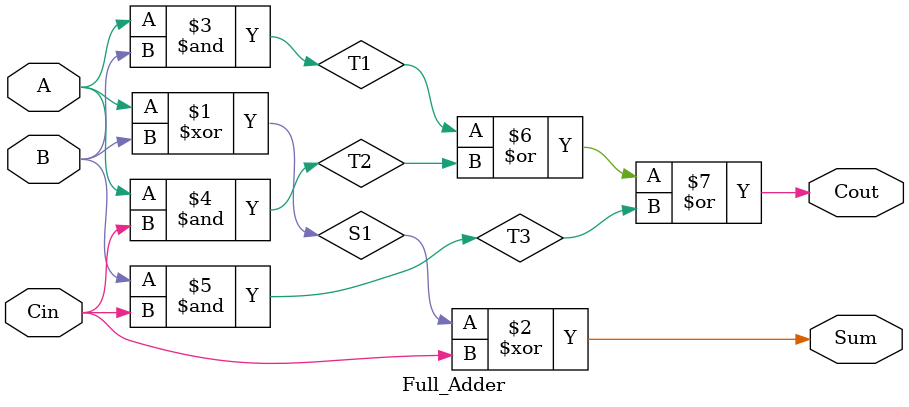
<source format=v>
`timescale 1ns / 1ps

module Full_Adder(
    input A,B,Cin,
    output Sum,Cout
    );
    
    wire S1,T1,T2,T3;
    xor XU1(S1,A,B),
        XU2(Sum,S1,Cin);
    and AU1(T1,A,B),
        AU2(T2,A,Cin),
        AU3(T3,B,Cin);
    or  OU1(Cout,T1,T2,T3);

endmodule
</source>
